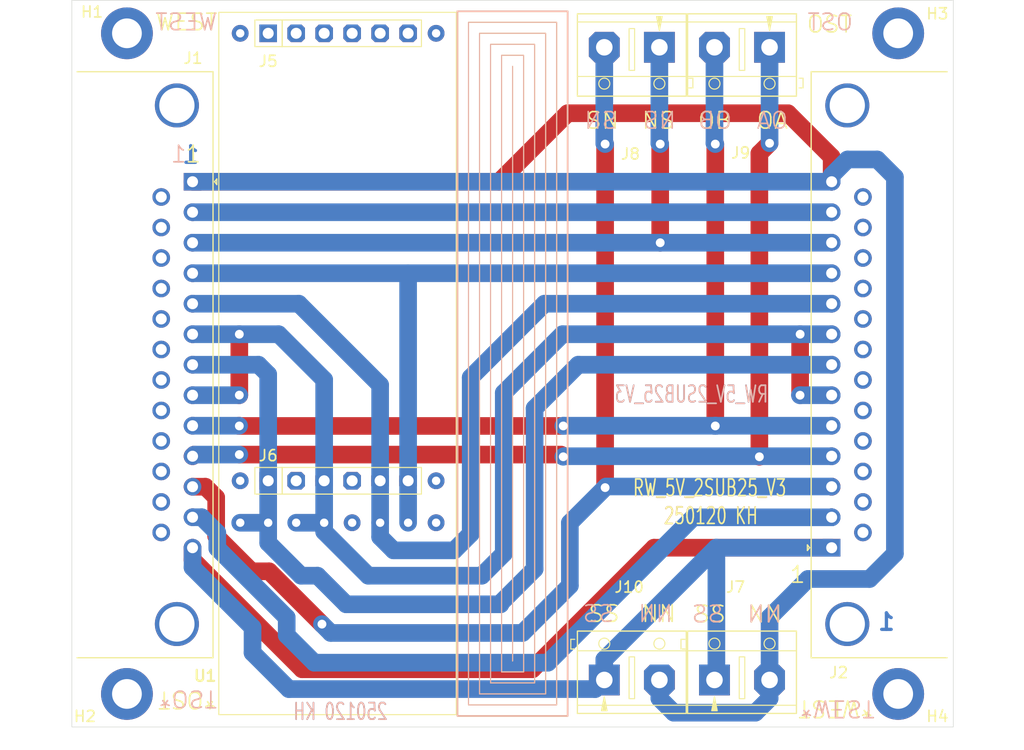
<source format=kicad_pcb>
(kicad_pcb (version 20240108) (generator "pcbnew") (generator_version "8.0")
  (layers (0 "F.Cu" signal) (31 "B.Cu" signal) (34 "B.Paste" user) (35 "F.Paste" user) (36 "B.SilkS" user "B.Silkscreen") (37 "F.SilkS" user "F.Silkscreen") (38 "B.Mask" user) (39 "F.Mask" user) (44 "Edge.Cuts" user))
  (net 0 "")
  (net 2 "/WB")
  (net 5 "/NN")
  (net 7 "/OB")
  (net 10 "/WA")
  (net 13 "/SN")
  (net 16 "/W-")
  (net 17 "/W+")
  (net 18 "/SS")
  (net 19 "/OA")
  (net 21 "Net-(J1-Pad2)")
  (net 23 "/NS")
  (net 48 "Net-(J1-Pad12)")
  (footprint "MountingHole:MountingHole_2.7mm_M2.5_DIN965_Pad_TopBottom" (layer "F.Cu") (at 102.9 87.94)
    (property "Reference" "H4" (at 3.556 2.032 0) (layer "F.SilkS"))
    (property "Value" "MountingHole" (hide yes))
    (pad "1" thru_hole circle (at 0 0) (size 3.1 3.1) (drill 2.7) (layers "*.Cu" "*.Mask"))
    (pad "1" connect circle (at 0 0) (size 4.7 4.7) (layers "F.Cu" "F.Mask"))
    (pad "1" connect circle (at 0 0) (size 4.7 4.7) (layers "B.Cu" "B.Mask"))
  )
  (footprint "_kh_library:Screw_Terminal_01x02_P5" (layer "F.Cu") (at 81.225 29.21 -90)
    (property "Reference" "J8" (at 9.69 2.625 0) (layer "F.SilkS"))
    (property "Value" "Screw_Terminal_01x02_P5" (hide yes))
    (fp_line (start -2.3 -2.44) (end -2.3 7.44) (stroke (width 0.1)) (layer "F.SilkS"))
    (fp_line (start 2.65 -2.44) (end 2.65 7.44) (stroke (width 0.1)) (layer "F.SilkS"))
    (fp_line (start 2.81 -3.04) (end 2.81 -2.68) (stroke (width 0.1)) (layer "F.SilkS"))
    (fp_line (start 2.81 -3.04) (end 3.69 -3.04) (stroke (width 0.1)) (layer "F.SilkS"))
    (fp_line (start 3.69 -3.04) (end 3.69 -2.68) (stroke (width 0.1)) (layer "F.SilkS"))
    (fp_rect (start -1.7 2.25) (end 2.1 2.75) (stroke (width 0.1)) (fill none) (layer "F.SilkS"))
    (fp_rect (start -3.04 -2.44) (end 4.44 7.44) (stroke (width 0.12)) (fill none) (layer "F.SilkS"))
    (fp_circle (center 3.3 5) (end 3.8 5) (stroke (width 0.1)) (fill none) (layer "F.SilkS"))
    (fp_circle (center 3.3 0) (end 3.8 0) (stroke (width 0.1)) (fill none) (layer "F.SilkS"))
    (fp_poly (pts (xy -2.794 -0.254) (xy -1.524 0) (xy -2.794 0.254)) (stroke (width 0.1)) (fill solid) (layer "F.SilkS"))
    (pad "1" thru_hole rect (at 0 0 270) (size 2.8 2.8) (drill 1.5) (layers "*.Cu" "*.Mask") (net 23 "/NS"))
    (pad "2" thru_hole roundrect (at 0 5 270) (size 2.8 2.8) (drill 1.5) (layers "*.Cu" "*.Mask") (roundrect_rratio 0) (chamfer_ratio 0.2) (chamfer top_left top_right bottom_left bottom_right) (net 13 "/SN"))
  )
  (footprint "_kh_library:Screw_Terminal_01x02_P5" (layer "F.Cu") (at 76.225 86.67 90)
    (property "Reference" "J10" (at 8.438 2.261 360) (layer "F.SilkS"))
    (property "Value" "Screw_Terminal_01x02_P5")
    (fp_line (start 3.69 -3.04) (end 3.69 -2.68) (stroke (width 0.1)) (layer "F.SilkS"))
    (fp_line (start 2.81 -3.04) (end 3.69 -3.04) (stroke (width 0.1)) (layer "F.SilkS"))
    (fp_line (start 2.81 -3.04) (end 2.81 -2.68) (stroke (width 0.1)) (layer "F.SilkS"))
    (fp_line (start 2.65 -2.44) (end 2.65 7.44) (stroke (width 0.1)) (layer "F.SilkS"))
    (fp_line (start -2.3 -2.44) (end -2.3 7.44) (stroke (width 0.1)) (layer "F.SilkS"))
    (fp_rect (start -3.04 -2.44) (end 4.44 7.44) (stroke (width 0.12)) (fill none) (layer "F.SilkS"))
    (fp_rect (start -1.7 2.25) (end 2.1 2.75) (stroke (width 0.1)) (fill none) (layer "F.SilkS"))
    (fp_circle (center 3.3 0) (end 3.8 0) (stroke (width 0.1)) (fill none) (layer "F.SilkS"))
    (fp_circle (center 3.3 5) (end 3.8 5) (stroke (width 0.1)) (fill none) (layer "F.SilkS"))
    (fp_poly (pts (xy -2.794 -0.254) (xy -1.524 0) (xy -2.794 0.254)) (stroke (width 0.1)) (fill solid) (layer "F.SilkS"))
    (pad "1" thru_hole rect (at 0 0 90) (size 2.8 2.8) (drill 1.5) (layers "*.Cu" "*.Mask") (net 18 "/SS"))
    (pad "2" thru_hole roundrect (at 0 5 90) (size 2.8 2.8) (drill 1.5) (layers "*.Cu" "*.Mask") (roundrect_rratio 0) (chamfer_ratio 0.2) (chamfer top_left top_right bottom_left bottom_right) (net 5 "/NN"))
  )
  (footprint "MountingHole:MountingHole_2.7mm_M2.5_DIN965_Pad_TopBottom" (layer "F.Cu") (at 102.9 27.94)
    (property "Reference" "H3" (at 3.556 -1.778 0) (layer "F.SilkS"))
    (property "Value" "MountingHole" (hide yes))
    (pad "1" thru_hole circle (at 0 0) (size 3.1 3.1) (drill 2.7) (layers "*.Cu" "*.Mask"))
    (pad "1" connect circle (at 0 0) (size 4.7 4.7) (layers "F.Cu" "F.Mask"))
    (pad "1" connect circle (at 0 0) (size 4.7 4.7) (layers "B.Cu" "B.Mask"))
  )
  (footprint "_kh_library:PinSocket_1x06_P2.54mm_Vertical_kh" (layer "F.Cu") (at 45.72 68.58 90)
    (property "Reference" "J6" (at 2.286 0 180) (layer "F.SilkS"))
    (property "Value" "Conn_01x06")
    (fp_line (start -1.21 1.27) (end 1.21 1.27) (stroke (width 0.12)) (layer "F.SilkS"))
    (fp_rect (start -1.21 -1.21) (end 1.21 13.91) (stroke (width 0.1)) (fill none) (layer "F.SilkS"))
    (pad "1" thru_hole rect (at 0 0 90) (size 1.6 1.6) (drill 1) (layers "*.Cu" "*.Mask") (net 17 "/W+"))
    (pad "2" thru_hole roundrect (at 0 2.54 90) (size 1.6 1.6) (drill 1) (layers "*.Cu" "*.Mask") (roundrect_rratio 0) (chamfer_ratio 0.2) (chamfer top_left top_right bottom_left bottom_right))
    (pad "3" thru_hole roundrect (at 0 5.08 90) (size 1.6 1.6) (drill 1) (layers "*.Cu" "*.Mask") (roundrect_rratio 0) (chamfer_ratio 0.2) (chamfer top_left top_right bottom_left bottom_right) (net 16 "/W-"))
    (pad "4" thru_hole roundrect (at 0 7.62 90) (size 1.6 1.6) (drill 1) (layers "*.Cu" "*.Mask") (roundrect_rratio 0) (chamfer_ratio 0.2) (chamfer top_left top_right bottom_left bottom_right))
    (pad "5" thru_hole roundrect (at 0 10.16 90) (size 1.6 1.6) (drill 1) (layers "*.Cu" "*.Mask") (roundrect_rratio 0) (chamfer_ratio 0.2) (chamfer top_left top_right bottom_left bottom_right) (net 2 "/WB"))
    (pad "6" thru_hole roundrect (at 0 12.7 90) (size 1.6 1.6) (drill 1) (layers "*.Cu" "*.Mask") (roundrect_rratio 0) (chamfer_ratio 0.2) (chamfer top_left top_right bottom_left bottom_right) (net 10 "/WA"))
  )
  (footprint "MountingHole:MountingHole_2.7mm_M2.5_DIN965_Pad_TopBottom" (layer "F.Cu") (at 32.9 27.94)
    (property "Reference" "H1" (at -3.17 -1.94 0) (layer "F.SilkS"))
    (property "Value" "MountingHole" (hide yes))
    (pad "1" thru_hole circle (at 0 0) (size 3.1 3.1) (drill 2.7) (layers "*.Cu" "*.Mask"))
    (pad "1" connect circle (at 0 0) (size 4.7 4.7) (layers "F.Cu" "F.Mask"))
    (pad "1" connect circle (at 0 0) (size 4.7 4.7) (layers "B.Cu" "B.Mask"))
  )
  (footprint "_kh_library:PinSocket_1x06_P2.54mm_Vertical_kh" (layer "F.Cu") (at 45.72 27.94 90)
    (property "Reference" "J5" (at -2.54 0 180) (layer "F.SilkS"))
    (property "Value" "Conn_01x06")
    (fp_line (start -1.21 1.27) (end 1.21 1.27) (stroke (width 0.12)) (layer "F.SilkS"))
    (fp_rect (start -1.21 -1.21) (end 1.21 13.91) (stroke (width 0.1)) (fill none) (layer "F.SilkS"))
    (pad "1" thru_hole rect (at 0 0 90) (size 1.6 1.6) (drill 1) (layers "*.Cu" "*.Mask"))
    (pad "2" thru_hole roundrect (at 0 2.54 90) (size 1.6 1.6) (drill 1) (layers "*.Cu" "*.Mask") (roundrect_rratio 0) (chamfer_ratio 0.2) (chamfer top_left top_right bottom_left bottom_right))
    (pad "3" thru_hole roundrect (at 0 5.08 90) (size 1.6 1.6) (drill 1) (layers "*.Cu" "*.Mask") (roundrect_rratio 0) (chamfer_ratio 0.2) (chamfer top_left top_right bottom_left bottom_right))
    (pad "4" thru_hole roundrect (at 0 7.62 90) (size 1.6 1.6) (drill 1) (layers "*.Cu" "*.Mask") (roundrect_rratio 0) (chamfer_ratio 0.2) (chamfer top_left top_right bottom_left bottom_right))
    (pad "5" thru_hole roundrect (at 0 10.16 90) (size 1.6 1.6) (drill 1) (layers "*.Cu" "*.Mask") (roundrect_rratio 0) (chamfer_ratio 0.2) (chamfer top_left top_right bottom_left bottom_right))
    (pad "6" thru_hole roundrect (at 0 12.7 90) (size 1.6 1.6) (drill 1) (layers "*.Cu" "*.Mask") (roundrect_rratio 0) (chamfer_ratio 0.2) (chamfer top_left top_right bottom_left bottom_right))
  )
  (footprint "_kh_library:AC_5V_supply_6pol_PinsOnly" (layer "F.Cu") (at 43.18 72.39 90)
    (property "Reference" "U1" (at -13.91 -3.18 0) (layer "F.SilkS") (effects (font (thickness 0.2) (bold yes))))
    (property "Value" "~" (hide yes))
    (pad "1" thru_hole circle (at 0 0 90) (size 1.524 1.524) (drill 0.762) (layers "*.Cu" "*.Mask") (net 17 "/W+"))
    (pad "2" thru_hole circle (at 0 2.54 90) (size 1.524 1.524) (drill 0.762) (layers "*.Cu" "*.Mask") (net 17 "/W+"))
    (pad "3" thru_hole circle (at 0 5.08 90) (size 1.524 1.524) (drill 0.762) (layers "*.Cu" "*.Mask") (net 16 "/W-"))
    (pad "4" thru_hole circle (at 0 7.62 90) (size 1.524 1.524) (drill 0.762) (layers "*.Cu" "*.Mask") (net 16 "/W-"))
    (pad "5" thru_hole circle (at 0 10.16 90) (size 1.524 1.524) (drill 0.762) (layers "*.Cu" "*.Mask"))
    (pad "6" thru_hole circle (at 0 12.7 90) (size 1.524 1.524) (drill 0.762) (layers "*.Cu" "*.Mask") (net 2 "/WB"))
    (pad "7" thru_hole circle (at 0 15.24 90) (size 1.524 1.524) (drill 0.762) (layers "*.Cu" "*.Mask") (net 10 "/WA"))
    (pad "8" thru_hole circle (at 0 17.78 90) (size 1.524 1.524) (drill 0.762) (layers "*.Cu" "*.Mask"))
    (pad "9" thru_hole circle (at 3.81 0 90) (size 1.524 1.524) (drill 0.762) (layers "*.Cu" "*.Mask"))
    (pad "10" thru_hole circle (at 3.81 17.78 90) (size 1.524 1.524) (drill 0.762) (layers "*.Cu" "*.Mask"))
    (pad "11" thru_hole circle (at 44.45 0 90) (size 1.524 1.524) (drill 0.762) (layers "*.Cu" "*.Mask"))
    (pad "12" thru_hole circle (at 44.45 17.78 90) (size 1.524 1.524) (drill 0.762) (layers "*.Cu" "*.Mask"))
  )
  (footprint "_kh_library:DSUB-25_Male_Horizontal_P2.77x2.84mm_EdgePinOffset7.70mm_Housed_MountingHolesOffset9.12mm" (layer "F.Cu") (at 38.854 41.42 -90)
    (property "Reference" "J1" (at -11.22 -0.046 180) (layer "F.SilkS"))
    (property "Value" "DB25_Plug")
    (fp_line (start -9.99 10.48) (end -9.99 -1.86) (stroke (width 0.12)) (layer "F.SilkS"))
    (fp_line (start -9.99 -1.86) (end 43.23 -1.86) (stroke (width 0.12)) (layer "F.SilkS"))
    (fp_line (start 43.23 -1.86) (end 43.23 10.48) (stroke (width 0.12)) (layer "F.SilkS"))
    (fp_line (start 0 -2) (end -0.25 -2.2) (stroke (width 0.12)) (layer "F.SilkS"))
    (fp_line (start -0.25 -2.2) (end 0.25 -2.2) (stroke (width 0.12)) (layer "F.SilkS"))
    (fp_line (start 0.254 -2.2) (end 0 -2) (stroke (width 0.12)) (layer "F.SilkS"))
    (pad "0" thru_hole circle (at -6.93 1.42 270) (size 4 4) (drill 3.2) (layers "*.Cu" "*.Mask"))
    (pad "0" thru_hole circle (at 40.17 1.42 270) (size 4 4) (drill 3.2) (layers "*.Cu" "*.Mask"))
    (pad "1" thru_hole rect (at 0 0 270) (size 1.6 1.6) (drill 1) (layers "*.Cu" "*.Mask") (net 5 "/NN"))
    (pad "2" thru_hole circle (at 2.77 0 270) (size 1.6 1.6) (drill 1) (layers "*.Cu" "*.Mask") (net 21 "Net-(J1-Pad2)"))
    (pad "3" thru_hole circle (at 5.54 0 270) (size 1.6 1.6) (drill 1) (layers "*.Cu" "*.Mask") (net 23 "/NS"))
    (pad "4" thru_hole circle (at 8.31 0 270) (size 1.6 1.6) (drill 1) (layers "*.Cu" "*.Mask") (net 10 "/WA"))
    (pad "5" thru_hole circle (at 11.08 0 270) (size 1.6 1.6) (drill 1) (layers "*.Cu" "*.Mask") (net 2 "/WB"))
    (pad "6" thru_hole circle (at 13.85 0 270) (size 1.6 1.6) (drill 1) (layers "*.Cu" "*.Mask") (net 16 "/W-"))
    (pad "7" thru_hole circle (at 16.62 0 270) (size 1.6 1.6) (drill 1) (layers "*.Cu" "*.Mask") (net 17 "/W+"))
    (pad "8" thru_hole circle (at 19.39 0 270) (size 1.6 1.6) (drill 1) (layers "*.Cu" "*.Mask") (net 16 "/W-"))
    (pad "9" thru_hole circle (at 22.16 0 270) (size 1.6 1.6) (drill 1) (layers "*.Cu" "*.Mask") (net 7 "/OB"))
    (pad "10" thru_hole circle (at 24.93 0 270) (size 1.6 1.6) (drill 1) (layers "*.Cu" "*.Mask") (net 19 "/OA"))
    (pad "11" thru_hole circle (at 27.7 0 270) (size 1.6 1.6) (drill 1) (layers "*.Cu" "*.Mask") (net 13 "/SN"))
    (pad "12" thru_hole circle (at 30.47 0 270) (size 1.6 1.6) (drill 1) (layers "*.Cu" "*.Mask") (net 48 "Net-(J1-Pad12)"))
    (pad "13" thru_hole circle (at 33.24 0 270) (size 1.6 1.6) (drill 1) (layers "*.Cu" "*.Mask") (net 18 "/SS"))
    (pad "14" thru_hole circle (at 1.385 2.84 270) (size 1.6 1.6) (drill 1) (layers "*.Cu" "*.Mask"))
    (pad "15" thru_hole circle (at 4.155 2.84 270) (size 1.6 1.6) (drill 1) (layers "*.Cu" "*.Mask"))
    (pad "16" thru_hole circle (at 6.925 2.84 270) (size 1.6 1.6) (drill 1) (layers "*.Cu" "*.Mask"))
    (pad "17" thru_hole circle (at 9.695 2.84 270) (size 1.6 1.6) (drill 1) (layers "*.Cu" "*.Mask"))
    (pad "18" thru_hole circle (at 12.465 2.84 270) (size 1.6 1.6) (drill 1) (layers "*.Cu" "*.Mask"))
    (pad "19" thru_hole circle (at 15.235 2.84 270) (size 1.6 1.6) (drill 1) (layers "*.Cu" "*.Mask"))
    (pad "20" thru_hole circle (at 18.005 2.84 270) (size 1.6 1.6) (drill 1) (layers "*.Cu" "*.Mask"))
    (pad "21" thru_hole circle (at 20.775 2.84 270) (size 1.6 1.6) (drill 1) (layers "*.Cu" "*.Mask"))
    (pad "22" thru_hole circle (at 23.545 2.84 270) (size 1.6 1.6) (drill 1) (layers "*.Cu" "*.Mask"))
    (pad "23" thru_hole circle (at 26.315 2.84 270) (size 1.6 1.6) (drill 1) (layers "*.Cu" "*.Mask"))
    (pad "24" thru_hole circle (at 29.085 2.84 270) (size 1.6 1.6) (drill 1) (layers "*.Cu" "*.Mask"))
    (pad "25" thru_hole circle (at 31.855 2.84 270) (size 1.6 1.6) (drill 1) (layers "*.Cu" "*.Mask"))
  )
  (footprint "_kh_library:DSUB-25_Male_Horizontal_P2.77x2.84mm_EdgePinOffset7.70mm_Housed_MountingHolesOffset9.12mm" (layer "F.Cu") (at 96.86 74.66 90)
    (property "Reference" "J2" (at -11.34 0.64 180) (layer "F.SilkS"))
    (property "Value" "DB25_Plug")
    (fp_line (start 0.254 -2.2) (end 0 -2) (stroke (width 0.12)) (layer "F.SilkS"))
    (fp_line (start -0.25 -2.2) (end 0.25 -2.2) (stroke (width 0.12)) (layer "F.SilkS"))
    (fp_line (start 0 -2) (end -0.25 -2.2) (stroke (width 0.12)) (layer "F.SilkS"))
    (fp_line (start 43.23 -1.86) (end 43.23 10.48) (stroke (width 0.12)) (layer "F.SilkS"))
    (fp_line (start -9.99 -1.86) (end 43.23 -1.86) (stroke (width 0.12)) (layer "F.SilkS"))
    (fp_line (start -9.99 10.48) (end -9.99 -1.86) (stroke (width 0.12)) (layer "F.SilkS"))
    (pad "0" thru_hole circle (at -6.93 1.42 90) (size 4 4) (drill 3.2) (layers "*.Cu" "*.Mask"))
    (pad "0" thru_hole circle (at 40.17 1.42 90) (size 4 4) (drill 3.2) (layers "*.Cu" "*.Mask"))
    (pad "1" thru_hole rect (at 0 0 90) (size 1.6 1.6) (drill 1) (layers "*.Cu" "*.Mask") (net 18 "/SS"))
    (pad "2" thru_hole circle (at 2.77 0 90) (size 1.6 1.6) (drill 1) (layers "*.Cu" "*.Mask") (net 48 "Net-(J1-Pad12)"))
    (pad "3" thru_hole circle (at 5.54 0 90) (size 1.6 1.6) (drill 1) (layers "*.Cu" "*.Mask") (net 13 "/SN"))
    (pad "4" thru_hole circle (at 8.31 0 90) (size 1.6 1.6) (drill 1) (layers "*.Cu" "*.Mask") (net 19 "/OA"))
    (pad "5" thru_hole circle (at 11.08 0 90) (size 1.6 1.6) (drill 1) (layers "*.Cu" "*.Mask") (net 7 "/OB"))
    (pad "6" thru_hole circle (at 13.85 0 90) (size 1.6 1.6) (drill 1) (layers "*.Cu" "*.Mask") (net 16 "/W-"))
    (pad "7" thru_hole circle (at 16.62 0 90) (size 1.6 1.6) (drill 1) (layers "*.Cu" "*.Mask") (net 17 "/W+"))
    (pad "8" thru_hole circle (at 19.39 0 90) (size 1.6 1.6) (drill 1) (layers "*.Cu" "*.Mask") (net 16 "/W-"))
    (pad "9" thru_hole circle (at 22.16 0 90) (size 1.6 1.6) (drill 1) (layers "*.Cu" "*.Mask") (net 2 "/WB"))
    (pad "10" thru_hole circle (at 24.93 0 90) (size 1.6 1.6) (drill 1) (layers "*.Cu" "*.Mask") (net 10 "/WA"))
    (pad "11" thru_hole circle (at 27.7 0 90) (size 1.6 1.6) (drill 1) (layers "*.Cu" "*.Mask") (net 23 "/NS"))
    (pad "12" thru_hole circle (at 30.47 0 90) (size 1.6 1.6) (drill 1) (layers "*.Cu" "*.Mask") (net 21 "Net-(J1-Pad2)"))
    (pad "13" thru_hole circle (at 33.24 0 90) (size 1.6 1.6) (drill 1) (layers "*.Cu" "*.Mask") (net 5 "/NN"))
    (pad "14" thru_hole circle (at 1.385 2.84 90) (size 1.6 1.6) (drill 1) (layers "*.Cu" "*.Mask"))
    (pad "15" thru_hole circle (at 4.155 2.84 90) (size 1.6 1.6) (drill 1) (layers "*.Cu" "*.Mask"))
    (pad "16" thru_hole circle (at 6.925 2.84 90) (size 1.6 1.6) (drill 1) (layers "*.Cu" "*.Mask"))
    (pad "17" thru_hole circle (at 9.695 2.84 90) (size 1.6 1.6) (drill 1) (layers "*.Cu" "*.Mask"))
    (pad "18" thru_hole circle (at 12.465 2.84 90) (size 1.6 1.6) (drill 1) (layers "*.Cu" "*.Mask"))
    (pad "19" thru_hole circle (at 15.235 2.84 90) (size 1.6 1.6) (drill 1) (layers "*.Cu" "*.Mask"))
    (pad "20" thru_hole circle (at 18.005 2.84 90) (size 1.6 1.6) (drill 1) (layers "*.Cu" "*.Mask"))
    (pad "21" thru_hole circle (at 20.775 2.84 90) (size 1.6 1.6) (drill 1) (layers "*.Cu" "*.Mask"))
    (pad "22" thru_hole circle (at 23.545 2.84 90) (size 1.6 1.6) (drill 1) (layers "*.Cu" "*.Mask"))
    (pad "23" thru_hole circle (at 26.315 2.84 90) (size 1.6 1.6) (drill 1) (layers "*.Cu" "*.Mask"))
    (pad "24" thru_hole circle (at 29.085 2.84 90) (size 1.6 1.6) (drill 1) (layers "*.Cu" "*.Mask"))
    (pad "25" thru_hole circle (at 31.855 2.84 90) (size 1.6 1.6) (drill 1) (layers "*.Cu" "*.Mask"))
  )
  (footprint "_kh_library:Screw_Terminal_01x02_P5" (layer "F.Cu") (at 86.225 86.67 90)
    (property "Reference" "J7" (at 8.438 1.913 0) (layer "F.SilkS"))
    (property "Value" "Screw_Terminal_01x02_P5" (hide yes))
    (fp_line (start 3.69 -3.04) (end 3.69 -2.68) (stroke (width 0.1)) (layer "F.SilkS"))
    (fp_line (start 2.81 -3.04) (end 3.69 -3.04) (stroke (width 0.1)) (layer "F.SilkS"))
    (fp_line (start 2.81 -3.04) (end 2.81 -2.68) (stroke (width 0.1)) (layer "F.SilkS"))
    (fp_line (start 2.65 -2.44) (end 2.65 7.44) (stroke (width 0.1)) (layer "F.SilkS"))
    (fp_line (start -2.3 -2.44) (end -2.3 7.44) (stroke (width 0.1)) (layer "F.SilkS"))
    (fp_rect (start -3.04 -2.44) (end 4.44 7.44) (stroke (width 0.12)) (fill none) (layer "F.SilkS"))
    (fp_rect (start -1.7 2.25) (end 2.1 2.75) (stroke (width 0.1)) (fill none) (layer "F.SilkS"))
    (fp_circle (center 3.3 0) (end 3.8 0) (stroke (width 0.1)) (fill none) (layer "F.SilkS"))
    (fp_circle (center 3.3 5) (end 3.8 5) (stroke (width 0.1)) (fill none) (layer "F.SilkS"))
    (fp_poly (pts (xy -2.794 -0.254) (xy -1.524 0) (xy -2.794 0.254)) (stroke (width 0.1)) (fill solid) (layer "F.SilkS"))
    (pad "1" thru_hole rect (at 0 0 90) (size 2.8 2.8) (drill 1.5) (layers "*.Cu" "*.Mask") (net 18 "/SS"))
    (pad "2" thru_hole roundrect (at 0 5 90) (size 2.8 2.8) (drill 1.5) (layers "*.Cu" "*.Mask") (roundrect_rratio 0) (chamfer_ratio 0.2) (chamfer top_left top_right bottom_left bottom_right) (net 5 "/NN"))
  )
  (footprint "MountingHole:MountingHole_2.7mm_M2.5_DIN965_Pad_TopBottom" (layer "F.Cu") (at 32.9 87.94)
    (property "Reference" "H2" (at -3.81 2.032 0) (layer "F.SilkS"))
    (property "Value" "MountingHole" (hide yes))
    (pad "1" thru_hole circle (at 0 0) (size 3.1 3.1) (drill 2.7) (layers "*.Cu" "*.Mask"))
    (pad "1" connect circle (at 0 0) (size 4.7 4.7) (layers "F.Cu" "F.Mask"))
    (pad "1" connect circle (at 0 0) (size 4.7 4.7) (layers "B.Cu" "B.Mask"))
  )
  (footprint "_kh_library:Screw_Terminal_01x02_P5" (layer "F.Cu") (at 91.225 29.21 -90)
    (property "Reference" "J9" (at 9.59 2.625 0) (layer "F.SilkS"))
    (property "Value" "Screw_Terminal_01x02_P5" (hide yes))
    (fp_line (start -2.3 -2.44) (end -2.3 7.44) (stroke (width 0.1)) (layer "F.SilkS"))
    (fp_line (start 2.65 -2.44) (end 2.65 7.44) (stroke (width 0.1)) (layer "F.SilkS"))
    (fp_line (start 2.81 -3.04) (end 2.81 -2.68) (stroke (width 0.1)) (layer "F.SilkS"))
    (fp_line (start 2.81 -3.04) (end 3.69 -3.04) (stroke (width 0.1)) (layer "F.SilkS"))
    (fp_line (start 3.69 -3.04) (end 3.69 -2.68) (stroke (width 0.1)) (layer "F.SilkS"))
    (fp_rect (start -1.7 2.25) (end 2.1 2.75) (stroke (width 0.1)) (fill none) (layer "F.SilkS"))
    (fp_rect (start -3.04 -2.44) (end 4.44 7.44) (stroke (width 0.12)) (fill none) (layer "F.SilkS"))
    (fp_circle (center 3.3 5) (end 3.8 5) (stroke (width 0.1)) (fill none) (layer "F.SilkS"))
    (fp_circle (center 3.3 0) (end 3.8 0) (stroke (width 0.1)) (fill none) (layer "F.SilkS"))
    (fp_poly (pts (xy -2.794 -0.254) (xy -1.524 0) (xy -2.794 0.254)) (stroke (width 0.1)) (fill solid) (layer "F.SilkS"))
    (pad "1" thru_hole rect (at 0 0 270) (size 2.8 2.8) (drill 1.5) (layers "*.Cu" "*.Mask") (net 19 "/OA"))
    (pad "2" thru_hole roundrect (at 0 5 270) (size 2.8 2.8) (drill 1.5) (layers "*.Cu" "*.Mask") (roundrect_rratio 0) (chamfer_ratio 0.2) (chamfer top_left top_right bottom_left bottom_right) (net 7 "/OB"))
  )
  (gr_line (start 67.9 30.94) (end 67.9 84.94) (stroke (width 0.1)) (layer "B.SilkS"))
  (gr_rect (start 65.9 28.94) (end 69.9 86.94) (stroke (width 0.1)) (fill none) (layer "B.SilkS"))
  (gr_rect (start 66.9 29.94) (end 68.9 85.94) (stroke (width 0.1)) (fill none) (layer "B.SilkS"))
  (gr_rect (start 62.9 25.94) (end 72.9 89.94) (stroke (width 0.15)) (fill none) (layer "B.SilkS"))
  (gr_rect (start 64.9 27.94) (end 70.9 87.94) (stroke (width 0.1)) (fill none) (layer "B.SilkS"))
  (gr_rect (start 63.9 26.94) (end 71.9 88.94) (stroke (width 0.1)) (fill none) (layer "B.SilkS"))
  (gr_rect (start 65.9 28.94) (end 69.9 86.94) (stroke (width 0.1)) (fill none) (layer "F.SilkS"))
  (gr_line (start 67.9 30.94) (end 67.9 84.94) (stroke (width 0.1)) (layer "F.SilkS"))
  (gr_rect (start 41.237 26.035) (end 62.791 89.819) (stroke (width 0.1)) (fill none) (layer "F.SilkS"))
  (gr_rect (start 62.9 25.94) (end 72.9 89.94) (stroke (width 0.15)) (fill none) (layer "F.SilkS"))
  (gr_rect (start 64.9 27.94) (end 70.9 87.94) (stroke (width 0.1)) (fill none) (layer "F.SilkS"))
  (gr_rect (start 66.9 29.94) (end 68.9 85.94) (stroke (width 0.1)) (fill none) (layer "F.SilkS"))
  (gr_rect (start 63.9 26.94) (end 71.9 88.94) (stroke (width 0.1)) (fill none) (layer "F.SilkS"))
  (gr_rect (start 27.9 24.94) (end 107.9 90.94) (stroke (width 0.05)) (fill none) (layer "Edge.Cuts"))
  (gr_text "250120 KH" (at 81.534 72.644 0) (layer "F.Cu") (effects (font (size 1.5 1) (thickness 0.15) (bold yes)) (justify left bottom)))
  (gr_text "RW_5V_2SUB25_V3" (at 78.74 70.104 0) (layer "F.Cu") (effects (font (size 1.5 1) (thickness 0.15) (bold yes)) (justify left bottom)))
  (gr_text "1" (at 39.6 38.1 0) (layer "B.Cu") (effects (font (size 1.5 1.5) (thickness 0.3) (bold yes)) (justify left top mirror)))
  (gr_text "250120 KH" (at 56.642 90.424 0) (layer "B.Cu") (effects (font (size 1.5 1) (thickness 0.15) (bold yes)) (justify left bottom mirror)))
  (gr_text "1" (at 102.743 80.518 0) (layer "B.Cu") (effects (font (size 1.5 1.5) (thickness 0.3) (bold yes)) (justify left top mirror)))
  (gr_text "RW_5V_2SUB25_V3" (at 91.186 61.595 0) (layer "B.Cu") (effects (font (size 1.5 1) (thickness 0.15) (bold yes)) (justify left bottom mirror)))
  (gr_text "*OST" (at 35.7 87.5 180) (layer "B.SilkS") (effects (font (size 1.5 1.5)) (justify left bottom mirror)))
  (gr_text "OST" (at 98.9 27.8 0) (layer "B.SilkS") (effects (font (size 1.5 1.5)) (justify left bottom mirror)))
  (gr_text "SN" (at 77.508 36.74 0) (layer "B.SilkS") (effects (font (size 1.5 1.5)) (justify left bottom mirror)))
  (gr_text "WEST" (at 41.2 27.8 0) (layer "B.SilkS") (effects (font (size 1.5 1.5)) (justify left bottom mirror)))
  (gr_text "RW_5V_2SUB25_V3" (at 91.186 61.595 0) (layer "B.SilkS") (effects (font (size 1.5 1) (thickness 0.15) (bold yes)) (justify left bottom mirror)))
  (gr_text "*WEST" (at 93.9 88.4 180) (layer "B.SilkS") (effects (font (size 1.5 1.5)) (justify left bottom mirror)))
  (gr_text "SS" (at 87.106 81.57 0) (layer "B.SilkS") (effects (font (size 1.5 1.5)) (justify left bottom mirror)))
  (gr_text "NS" (at 82.842 36.74 0) (layer "B.SilkS") (effects (font (size 1.5 1.5)) (justify left bottom mirror)))
  (gr_text "SS" (at 77.216 81.534 0) (layer "B.SilkS") (effects (font (size 1.5 1.5)) (justify left bottom mirror)))
  (gr_text "250120 KH" (at 56.642 90.424 0) (layer "B.SilkS") (effects (font (size 1.5 1) (thickness 0.15) (bold yes)) (justify left bottom mirror)))
  (gr_text "OB" (at 87.922 36.74 0) (layer "B.SilkS") (effects (font (size 1.5 1.5)) (justify left bottom mirror)))
  (gr_text "OA" (at 93.002 36.74 0) (layer "B.SilkS") (effects (font (size 1.5 1.5)) (justify left bottom mirror)))
  (gr_text "1" (at 38.4 39.8 0) (layer "B.SilkS") (effects (font (size 1.5 1.5)) (justify left bottom mirror)))
  (gr_text "NN" (at 92.44 81.57 0) (layer "B.SilkS") (effects (font (size 1.5 1.5)) (justify left bottom mirror)))
  (gr_text "NN" (at 82.55 81.534 0) (layer "B.SilkS") (effects (font (size 1.5 1.5)) (justify left bottom mirror)))
  (gr_text "*WEST" (at 100.7 88.4 180) (layer "F.SilkS") (effects (font (size 1.5 1.5)) (justify left bottom)))
  (gr_text "250120 KH" (at 81.534 72.644 0) (layer "F.SilkS") (effects (font (size 1.5 1) (thickness 0.15) (bold yes)) (justify left bottom)))
  (gr_text "1" (at 92.956 77.978 0) (layer "F.SilkS") (effects (font (size 1.5 1.5)) (justify left bottom)))
  (gr_text "WEST" (at 35.4 27.8 0) (layer "F.SilkS") (effects (font (size 1.5 1.5)) (justify left bottom)))
  (gr_text "RW_5V_2SUB25_V3" (at 78.74 70.104 0) (layer "F.SilkS") (effects (font (size 1.5 1) (thickness 0.15) (bold yes)) (justify left bottom)))
  (gr_text "OST" (at 94.5 28 0) (layer "F.SilkS") (effects (font (size 1.5 1.5)) (justify left bottom)))
  (gr_text "NN" (at 79.502 81.534 0) (layer "F.SilkS") (effects (font (size 1.5 1.5)) (justify left bottom)))
  (gr_text "SS" (at 74.676 81.534 0) (layer "F.SilkS") (effects (font (size 1.5 1.5)) (justify left bottom)))
  (gr_text "NS" (at 79.54 36.74 0) (layer "F.SilkS") (effects (font (size 1.5 1.5)) (justify left bottom)))
  (gr_text "OA" (at 89.954 36.74 0) (layer "F.SilkS") (effects (font (size 1.5 1.5)) (justify left bottom)))
  (gr_text "SN" (at 74.46 36.74 0) (layer "F.SilkS") (effects (font (size 1.5 1.5)) (justify left bottom)))
  (gr_text "NN" (at 89.138 81.57 0) (layer "F.SilkS") (effects (font (size 1.5 1.5)) (justify left bottom)))
  (gr_text "*OST" (at 41.1 87.6 180) (layer "F.SilkS") (effects (font (size 1.5 1.5)) (justify left bottom)))
  (gr_text "1" (at 38.1 39.8 0) (layer "F.SilkS") (effects (font (size 1.5 1.5)) (justify left bottom)))
  (gr_text "OB" (at 84.62 36.74 0) (layer "F.SilkS") (effects (font (size 1.5 1.5)) (justify left bottom)))
  (gr_text "SS" (at 84.312 81.57 0) (layer "F.SilkS") (effects (font (size 1.5 1.5)) (justify left bottom)))
  (segment (start 57.1 74.9) (end 55.88 73.68) (width 1.6) (layer "B.Cu") (net 2))
  (segment (start 55.88 59.88) (end 55.88 68.58) (width 1.6) (layer "B.Cu") (net 2))
  (segment (start 55.88 72.39) (end 55.88 68.58) (width 1.6) (layer "B.Cu") (net 2))
  (segment (start 64.1 73.4) (end 62.6 74.9) (width 1.6) (layer "B.Cu") (net 2))
  (segment (start 96.86 52.5) (end 70.8 52.5) (width 1.6) (layer "B.Cu") (net 2))
  (segment (start 55.88 73.68) (end 55.88 72.39) (width 1.6) (layer "B.Cu") (net 2))
  (segment (start 64.1 59.2) (end 64.1 73.4) (width 1.6) (layer "B.Cu") (net 2))
  (segment (start 70.8 52.5) (end 64.1 59.2) (width 1.6) (layer "B.Cu") (net 2))
  (segment (start 62.6 74.9) (end 57.1 74.9) (width 1.6) (layer "B.Cu") (net 2))
  (segment (start 38.854 52.5) (end 48.5 52.5) (width 1.6) (layer "B.Cu") (net 2))
  (segment (start 48.5 52.5) (end 55.88 59.88) (width 1.6) (layer "B.Cu") (net 2))
  (segment (start 72.9 35.2) (end 66.68 41.42) (width 1.6) (layer "F.Cu") (net 5))
  (segment (start 66.68 41.42) (end 38.854 41.42) (width 1.6) (layer "F.Cu") (net 5))
  (segment (start 96.86 39.16) (end 92.9 35.2) (width 1.6) (layer "F.Cu") (net 5))
  (segment (start 96.86 41.42) (end 96.86 39.16) (width 1.6) (layer "F.Cu") (net 5))
  (segment (start 92.9 35.2) (end 72.9 35.2) (width 1.6) (layer "F.Cu") (net 5))
  (segment (start 101 39.4) (end 98.3 39.4) (width 1.6) (layer "B.Cu") (net 5))
  (segment (start 91.225 86.67) (end 91.225 80.987) (width 1.6) (layer "B.Cu") (net 5))
  (segment (start 91.225 80.987) (end 94.712 77.5) (width 1.6) (layer "B.Cu") (net 5))
  (segment (start 91.225 88.353) (end 89.938 89.64) (width 1.6) (layer "B.Cu") (net 5))
  (segment (start 38.854 41.42) (end 96.86 41.42) (width 1.6) (layer "B.Cu") (net 5))
  (segment (start 91.225 86.67) (end 91.225 88.353) (width 1.6) (layer "B.Cu") (net 5))
  (segment (start 98.3 39.4) (end 96.86 40.84) (width 1.6) (layer "B.Cu") (net 5))
  (segment (start 82.528 89.64) (end 81.225 88.337) (width 1.6) (layer "B.Cu") (net 5))
  (segment (start 89.938 89.64) (end 82.528 89.64) (width 1.6) (layer "B.Cu") (net 5))
  (segment (start 100.3 77.5) (end 102.6 75.2) (width 1.6) (layer "B.Cu") (net 5))
  (segment (start 102.6 75.2) (end 102.6 41) (width 1.6) (layer "B.Cu") (net 5))
  (segment (start 102.6 41) (end 101 39.4) (width 1.6) (layer "B.Cu") (net 5))
  (segment (start 96.86 40.84) (end 96.86 41.42) (width 1.6) (layer "B.Cu") (net 5))
  (segment (start 81.225 88.337) (end 81.225 86.67) (width 1.6) (layer "B.Cu") (net 5))
  (segment (start 94.712 77.5) (end 100.3 77.5) (width 1.6) (layer "B.Cu") (net 5))
  (segment (start 72.5 63.6) (end 43.1 63.6) (width 1.6) (layer "F.Cu") (net 7))
  (segment (start 86.3 38) (end 86.3 63.6) (width 1.6) (layer "F.Cu") (net 7))
  (segment (start 43.08 63.58) (end 43.1 63.6) (width 1.6) (layer "F.Cu") (net 7))
  (via (at 86.3 63.6) (size 1.4) (drill 0.8) (layers "F.Cu" "B.Cu") (net 7))
  (via (at 86.3 38) (size 1.4) (drill 0.8) (layers "F.Cu" "B.Cu") (net 7))
  (via (at 72.5 63.6) (size 1.4) (drill 0.8) (layers "F.Cu" "B.Cu") (net 7))
  (via (at 43.1 63.6) (size 1.4) (drill 0.8) (layers "F.Cu" "B.Cu") (net 7))
  (segment (start 86.3 63.6) (end 86.32 63.58) (width 1.6) (layer "B.Cu") (net 7))
  (segment (start 72.52 63.58) (end 86.28 63.58) (width 1.6) (layer "B.Cu") (net 7))
  (segment (start 86.225 29.21) (end 86.225 37.925) (width 1.6) (layer "B.Cu") (net 7))
  (segment (start 86.32 63.58) (end 96.86 63.58) (width 1.6) (layer "B.Cu") (net 7))
  (segment (start 72.5 63.6) (end 72.52 63.58) (width 1.6) (layer "B.Cu") (net 7))
  (segment (start 86.28 63.58) (end 86.3 63.6) (width 1.6) (layer "B.Cu") (net 7))
  (segment (start 38.854 63.58) (end 43.08 63.58) (width 1.6) (layer "B.Cu") (net 7))
  (segment (start 86.225 37.925) (end 86.3 38) (width 1.6) (layer "B.Cu") (net 7))
  (segment (start 96.86 49.73) (end 38.854 49.73) (width 1.6) (layer "B.Cu") (net 10))
  (segment (start 58.42 68.58) (end 58.42 49.75) (width 1.6) (layer "B.Cu") (net 10))
  (segment (start 58.42 72.39) (end 58.42 68.58) (width 1.6) (layer "B.Cu") (net 10))
  (segment (start 41 70.1) (end 40.02 69.12) (width 1.6) (layer "F.Cu") (net 13))
  (segment (start 96.84 69.1) (end 96.86 69.12) (width 1.6) (layer "F.Cu") (net 13))
  (segment (start 45.8 76.8) (end 44.2 76.8) (width 1.6) (layer "F.Cu") (net 13))
  (segment (start 76.3 38) (end 76.3 69.2) (width 1.6) (layer "F.Cu") (net 13))
  (segment (start 50.6 81.6) (end 45.8 76.8) (width 1.6) (layer "F.Cu") (net 13))
  (segment (start 41 73.6) (end 41 70.1) (width 1.6) (layer "F.Cu") (net 13))
  (segment (start 44.2 76.8) (end 41 73.6) (width 1.6) (layer "F.Cu") (net 13))
  (segment (start 40.02 69.12) (end 38.854 69.12) (width 1.6) (layer "F.Cu") (net 13))
  (via (at 76.3 69.2) (size 1.4) (drill 0.8) (layers "F.Cu" "B.Cu") (net 13))
  (via (at 50.6 81.6) (size 1.4) (drill 0.8) (layers "F.Cu" "B.Cu") (net 13))
  (via (at 76.3 38) (size 1.4) (drill 0.8) (layers "F.Cu" "B.Cu") (net 13))
  (segment (start 51.4 82.4) (end 68.8 82.4) (width 1.6) (layer "B.Cu") (net 13))
  (segment (start 68.8 82.4) (end 73.1 78.1) (width 1.6) (layer "B.Cu") (net 13))
  (segment (start 76.3 69.2) (end 76.4 69.1) (width 1.6) (layer "B.Cu") (net 13))
  (segment (start 76.225 37.925) (end 76.3 38) (width 1.6) (layer "B.Cu") (net 13))
  (segment (start 73.1 78.1) (end 73.1 72.4) (width 1.6) (layer "B.Cu") (net 13))
  (segment (start 76.225 29.21) (end 76.225 37.925) (width 1.6) (layer "B.Cu") (net 13))
  (segment (start 73.1 72.4) (end 76.3 69.2) (width 1.6) (layer "B.Cu") (net 13))
  (segment (start 76.4 69.1) (end 96.84 69.1) (width 1.6) (layer "B.Cu") (net 13))
  (segment (start 50.6 81.6) (end 51.4 82.4) (width 1.6) (layer "B.Cu") (net 13))
  (segment (start 43.1 60.8) (end 43.1 55.27) (width 1.6) (layer "F.Cu") (net 16))
  (segment (start 94 55.27) (end 94 60.8) (width 1.6) (layer "F.Cu") (net 16))
  (segment (start 43.09 60.81) (end 43.1 60.8) (width 1.6) (layer "F.Cu") (net 16))
  (via (at 43.1 55.27) (size 1.4) (drill 0.8) (layers "F.Cu" "B.Cu") (net 16))
  (via (at 93.99 60.81) (size 1.4) (drill 0.8) (layers "F.Cu" "B.Cu") (net 16))
  (via (at 94 55.27) (size 1.4) (drill 0.8) (layers "F.Cu" "B.Cu") (net 16))
  (via (at 43.1 60.8) (size 1.4) (drill 0.8) (layers "F.Cu" "B.Cu") (net 16))
  (segment (start 96.86 60.81) (end 93.99 60.81) (width 1.6) (layer "B.Cu") (net 16))
  (segment (start 43.1 55.27) (end 46.67 55.27) (width 1.6) (layer "B.Cu") (net 16))
  (segment (start 94 60.8) (end 93.99 60.81) (width 1.6) (layer "B.Cu") (net 16))
  (segment (start 94 55.27) (end 72.43 55.27) (width 1.6) (layer "B.Cu") (net 16))
  (segment (start 65.1 77.2) (end 54.8 77.2) (width 1.6) (layer "B.Cu") (net 16))
  (segment (start 38.854 55.27) (end 43.1 55.27) (width 1.6) (layer "B.Cu") (net 16))
  (segment (start 67.1 60.6) (end 67.1 75.2) (width 1.6) (layer "B.Cu") (net 16))
  (segment (start 50.8 59.4) (end 50.8 68.58) (width 1.6) (layer "B.Cu") (net 16))
  (segment (start 38.854 60.81) (end 43.09 60.81) (width 1.6) (layer "B.Cu") (net 16))
  (segment (start 50.8 72.39) (end 48.26 72.39) (width 1.6) (layer "B.Cu") (net 16))
  (segment (start 72.43 55.27) (end 67.1 60.6) (width 1.6) (layer "B.Cu") (net 16))
  (segment (start 50.8 72.39) (end 50.8 68.58) (width 1.6) (layer "B.Cu") (net 16))
  (segment (start 46.67 55.27) (end 50.8 59.4) (width 1.6) (layer "B.Cu") (net 16))
  (segment (start 54.8 77.2) (end 50.8 73.2) (width 1.6) (layer "B.Cu") (net 16))
  (segment (start 50.8 73.2) (end 50.8 72.39) (width 1.6) (layer "B.Cu") (net 16))
  (segment (start 94 55.27) (end 96.86 55.27) (width 1.6) (layer "B.Cu") (net 16))
  (segment (start 67.1 75.2) (end 65.1 77.2) (width 1.6) (layer "B.Cu") (net 16))
  (segment (start 38.854 58.04) (end 44.84 58.04) (width 1.6) (layer "B.Cu") (net 17))
  (segment (start 69.9 62) (end 73.86 58.04) (width 1.6) (layer "B.Cu") (net 17))
  (segment (start 73.86 58.04) (end 96.86 58.04) (width 1.6) (layer "B.Cu") (net 17))
  (segment (start 44.84 58.04) (end 45.72 58.92) (width 1.6) (layer "B.Cu") (net 17))
  (segment (start 45.72 58.92) (end 45.72 68.58) (width 1.6) (layer "B.Cu") (net 17))
  (segment (start 50.2 77.2) (end 52.8 79.8) (width 1.6) (layer "B.Cu") (net 17))
  (segment (start 45.72 72.39) (end 43.18 72.39) (width 1.6) (layer "B.Cu") (net 17))
  (segment (start 45.72 74.22) (end 48.7 77.2) (width 1.6) (layer "B.Cu") (net 17))
  (segment (start 69.9 76.6) (end 69.9 62) (width 1.6) (layer "B.Cu") (net 17))
  (segment (start 66.8 79.7) (end 69.9 76.6) (width 1.6) (layer "B.Cu") (net 17))
  (segment (start 52.8 79.8) (end 66.8 79.8) (width 1.6) (layer "B.Cu") (net 17))
  (segment (start 45.72 72.39) (end 45.72 68.58) (width 1.6) (layer "B.Cu") (net 17))
  (segment (start 45.72 72.39) (end 45.72 74.22) (width 1.6) (layer "B.Cu") (net 17))
  (segment (start 48.7 77.2) (end 50.2 77.2) (width 1.6) (layer "B.Cu") (net 17))
  (segment (start 66.8 79.8) (end 66.8 79.7) (width 1.6) (layer "B.Cu") (net 17))
  (segment (start 80.74 74.66) (end 96.86 74.66) (width 1.6) (layer "F.Cu") (net 18))
  (segment (start 69.7 85.7) (end 80.74 74.66) (width 1.6) (layer "F.Cu") (net 18))
  (segment (start 48.8 85.7) (end 69.7 85.7) (width 1.6) (layer "F.Cu") (net 18))
  (segment (start 38.854 75.754) (end 48.8 85.7) (width 1.6) (layer "F.Cu") (net 18))
  (segment (start 38.854 74.66) (end 38.854 75.754) (width 1.6) (layer "F.Cu") (net 18))
  (segment (start 38.854 74.66) (end 38.854 76.454) (width 1.6) (layer "B.Cu") (net 18))
  (segment (start 86.4 74.66) (end 96.86 74.66) (width 1.6) (layer "B.Cu") (net 18))
  (segment (start 44.3 84.2) (end 47.6 87.5) (width 1.6) (layer "B.Cu") (net 18))
  (segment (start 47.6 87.5) (end 75.395 87.5) (width 1.6) (layer "B.Cu") (net 18))
  (segment (start 86.376 74.66) (end 86.4 74.66) (width 1.6) (layer "B.Cu") (net 18))
  (segment (start 76.225 84.811) (end 86.376 74.66) (width 1.6) (layer "B.Cu") (net 18))
  (segment (start 76.225 86.67) (end 76.225 84.811) (width 1.6) (layer "B.Cu") (net 18))
  (segment (start 86.4 74.66) (end 86.4 86.495) (width 1.6) (layer "B.Cu") (net 18))
  (segment (start 75.395 87.5) (end 76.225 86.67) (width 1.6) (layer "B.Cu") (net 18))
  (segment (start 38.854 76.454) (end 44.3 81.9) (width 1.6) (layer "B.Cu") (net 18))
  (segment (start 44.3 81.9) (end 44.3 84.2) (width 1.6) (layer "B.Cu") (net 18))
  (segment (start 90.3 38.85) (end 90.3 66.4) (width 1.6) (layer "F.Cu") (net 19))
  (segment (start 39.004 66.2) (end 38.854 66.35) (width 1.6) (layer "F.Cu") (net 19))
  (segment (start 43.1 66.2) (end 72.3 66.2) (width 1.6) (layer "F.Cu") (net 19))
  (segment (start 91.225 37.925) (end 90.3 38.85) (width 1.6) (layer "F.Cu") (net 19))
  (via (at 91.225 37.925) (size 1.4) (drill 0.8) (layers "F.Cu" "B.Cu") (net 19))
  (via (at 72.5 66.4) (size 1.4) (drill 0.8) (layers "F.Cu" "B.Cu") (net 19))
  (via (at 90.3 66.4) (size 1.4) (drill 0.8) (layers "F.Cu" "B.Cu") (net 19))
  (via (at 43.1 66.2) (size 1.4) (drill 0.8) (layers "F.Cu" "B.Cu") (net 19))
  (segment (start 43.1 66.2) (end 39.004 66.2) (width 1.6) (layer "B.Cu") (net 19))
  (segment (start 72.55 66.35) (end 72.5 66.4) (width 1.6) (layer "B.Cu") (net 19))
  (segment (start 96.86 66.35) (end 72.55 66.35) (width 1.6) (layer "B.Cu") (net 19))
  (segment (start 91.225 37.925) (end 91.225 29.21) (width 1.6) (layer "B.Cu") (net 19))
  (segment (start 38.854 44.19) (end 96.86 44.19) (width 1.6) (layer "B.Cu") (net 21))
  (segment (start 81.3 38) (end 81.3 46.96) (width 1.6) (layer "F.Cu") (net 23))
  (via (at 81.3 38) (size 1.4) (drill 0.8) (layers "F.Cu" "B.Cu") (net 23))
  (via (at 81.3 46.96) (size 1.4) (drill 0.8) (layers "F.Cu" "B.Cu") (net 23))
  (segment (start 81.225 37.925) (end 81.3 38) (width 1.6) (layer "B.Cu") (net 23))
  (segment (start 81.3 46.96) (end 96.86 46.96) (width 1.6) (layer "B.Cu") (net 23))
  (segment (start 81.225 29.21) (end 81.225 37.925) (width 1.6) (layer "B.Cu") (net 23))
  (segment (start 38.854 46.96) (end 81.3 46.96) (width 1.6) (layer "B.Cu") (net 23))
  (segment (start 38.854 71.89) (end 39.69 71.89) (width 1.6) (layer "B.Cu") (net 48))
  (segment (start 71.11 85.1) (end 84.31 71.9) (width 1.6) (layer "B.Cu") (net 48))
  (segment (start 47.4 81) (end 47.4 82.6) (width 1.6) (layer "B.Cu") (net 48))
  (segment (start 39.69 71.89) (end 41.1 73.3) (width 1.6) (layer "B.Cu") (net 48))
  (segment (start 41.1 74.7) (end 47.4 81) (width 1.6) (layer "B.Cu") (net 48))
  (segment (start 49.9 85.1) (end 71.11 85.1) (width 1.6) (layer "B.Cu") (net 48))
  (segment (start 47.4 82.6) (end 49.9 85.1) (width 1.6) (layer "B.Cu") (net 48))
  (segment (start 84.31 71.9) (end 96.85 71.9) (width 1.6) (layer "B.Cu") (net 48))
  (segment (start 96.85 71.9) (end 96.86 71.89) (width 1.6) (layer "B.Cu") (net 48))
  (segment (start 41.1 73.3) (end 41.1 74.7) (width 1.6) (layer "B.Cu") (net 48))
)
</source>
